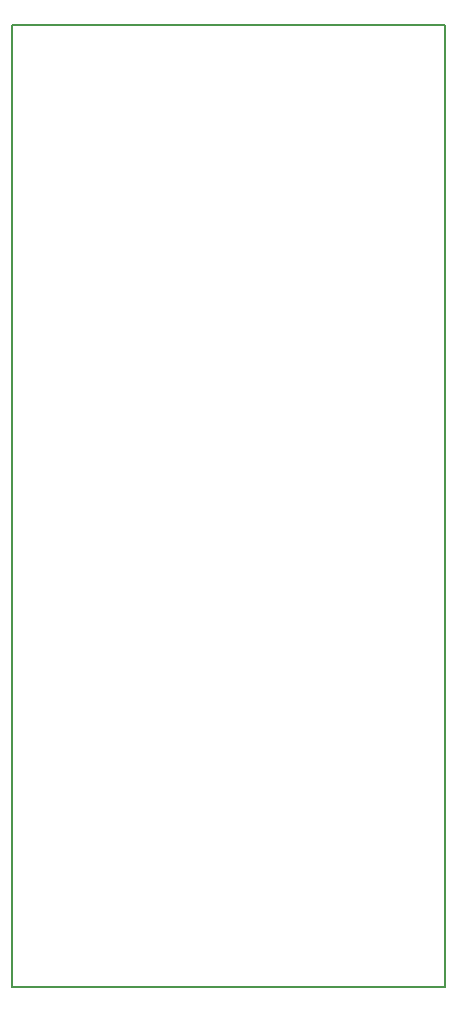
<source format=gbr>
G04 DipTrace 2.4.0.2*
%INBoardOutline.gbr*%
%MOIN*%
%ADD11C,0.0055*%
%FSLAX44Y44*%
G04*
G70*
G90*
G75*
G01*
%LNBoardOutline*%
%LPD*%
X3940Y36006D2*
D11*
X18382D1*
Y3940D1*
X3940D1*
Y36006D1*
M02*

</source>
